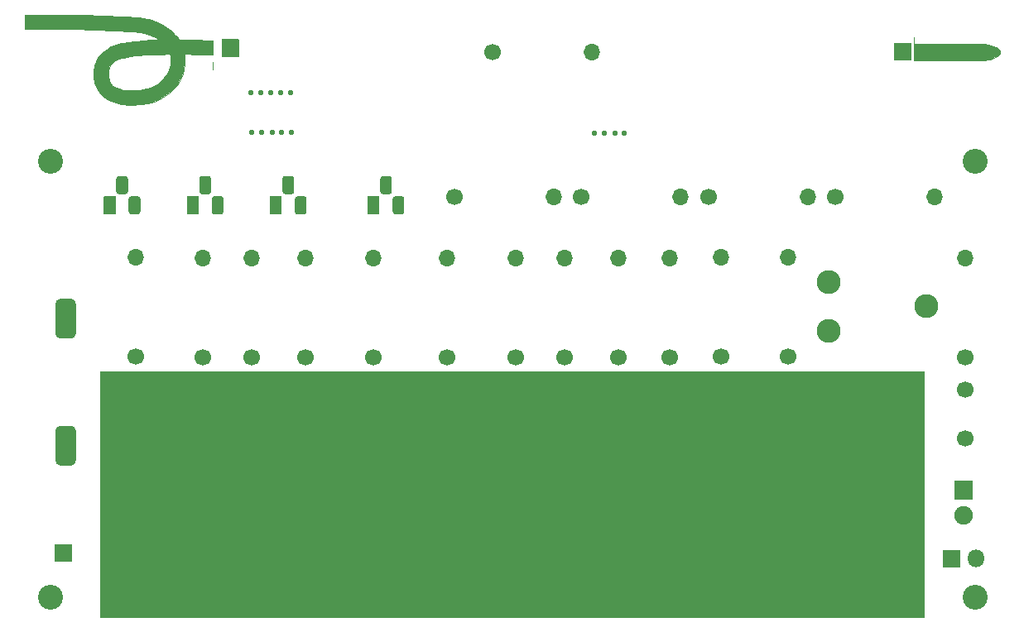
<source format=gbr>
%TF.GenerationSoftware,KiCad,Pcbnew,5.1.7*%
%TF.CreationDate,2020-10-10T21:38:53+02:00*%
%TF.ProjectId,SawToothOrganDIP,53617754-6f6f-4746-984f-7267616e4449,rev?*%
%TF.SameCoordinates,Original*%
%TF.FileFunction,Soldermask,Top*%
%TF.FilePolarity,Negative*%
%FSLAX46Y46*%
G04 Gerber Fmt 4.6, Leading zero omitted, Abs format (unit mm)*
G04 Created by KiCad (PCBNEW 5.1.7) date 2020-10-10 21:38:53*
%MOMM*%
%LPD*%
G01*
G04 APERTURE LIST*
%ADD10C,0.010000*%
%ADD11O,1.700000X1.700000*%
%ADD12C,1.700000*%
%ADD13C,0.595127*%
%ADD14C,2.555530*%
%ADD15C,2.440000*%
%ADD16C,1.900000*%
%ADD17O,1.800000X1.800000*%
G04 APERTURE END LIST*
D10*
%TO.C,U1*%
G36*
X231271667Y-157523000D02*
G01*
X147028334Y-157523000D01*
X147028334Y-132419334D01*
X231271667Y-132419334D01*
X231271667Y-157523000D01*
G37*
X231271667Y-157523000D02*
X147028334Y-157523000D01*
X147028334Y-132419334D01*
X231271667Y-132419334D01*
X231271667Y-157523000D01*
%TO.C,Ref\u002A\u002A*%
G36*
X141129987Y-95887136D02*
G01*
X141579396Y-95889013D01*
X142060119Y-95892043D01*
X142564537Y-95896147D01*
X143085031Y-95901246D01*
X143613981Y-95907260D01*
X144143768Y-95914108D01*
X144666772Y-95921713D01*
X145175374Y-95929994D01*
X145661956Y-95938872D01*
X146118896Y-95948267D01*
X146538578Y-95958100D01*
X146913380Y-95968292D01*
X147235683Y-95978762D01*
X147451667Y-95987332D01*
X148068634Y-96014691D01*
X148607543Y-96038905D01*
X149074924Y-96060378D01*
X149477312Y-96079516D01*
X149821240Y-96096723D01*
X150113239Y-96112403D01*
X150359843Y-96126961D01*
X150567585Y-96140802D01*
X150742997Y-96154330D01*
X150892613Y-96167950D01*
X151022966Y-96182067D01*
X151140587Y-96197084D01*
X151252011Y-96213408D01*
X151346334Y-96228547D01*
X152025748Y-96373884D01*
X152663434Y-96576840D01*
X153253412Y-96834191D01*
X153789707Y-97142714D01*
X154266340Y-97499185D01*
X154677336Y-97900382D01*
X154862521Y-98124811D01*
X155082906Y-98413791D01*
X155913370Y-98440464D01*
X156237016Y-98450793D01*
X156611946Y-98462652D01*
X157004817Y-98474993D01*
X157382286Y-98486767D01*
X157643417Y-98494849D01*
X158543000Y-98522560D01*
X158543000Y-100003209D01*
X157664584Y-99975908D01*
X157351257Y-99965751D01*
X157021080Y-99954326D01*
X156700119Y-99942585D01*
X156414444Y-99931477D01*
X156210392Y-99922869D01*
X155634618Y-99897130D01*
X155673748Y-100166815D01*
X155699842Y-100560485D01*
X155674822Y-100995205D01*
X155602803Y-101447855D01*
X155487901Y-101895312D01*
X155334232Y-102314456D01*
X155264572Y-102465478D01*
X154963520Y-102982676D01*
X154595827Y-103449131D01*
X154163849Y-103863173D01*
X153669942Y-104223130D01*
X153116460Y-104527333D01*
X152505758Y-104774109D01*
X151840193Y-104961789D01*
X151703763Y-104991453D01*
X151463400Y-105030160D01*
X151164605Y-105061111D01*
X150826813Y-105083865D01*
X150469459Y-105097981D01*
X150111978Y-105103020D01*
X149773805Y-105098541D01*
X149474375Y-105084104D01*
X149233123Y-105059268D01*
X149170277Y-105048845D01*
X148603619Y-104909152D01*
X148093110Y-104714666D01*
X147642722Y-104467351D01*
X147256428Y-104169172D01*
X147119282Y-104034556D01*
X146856304Y-103718675D01*
X146657123Y-103385226D01*
X146506280Y-103006931D01*
X146470913Y-102890347D01*
X146430975Y-102737181D01*
X146403538Y-102590985D01*
X146386436Y-102429913D01*
X146377501Y-102232118D01*
X146374568Y-101975754D01*
X146374511Y-101918167D01*
X146375500Y-101726972D01*
X147837324Y-101726972D01*
X147840207Y-101913526D01*
X147844034Y-102002833D01*
X147870435Y-102310691D01*
X147919128Y-102554417D01*
X147955708Y-102665633D01*
X148101882Y-102929891D01*
X148322226Y-103154840D01*
X148615533Y-103339724D01*
X148980592Y-103483789D01*
X149416195Y-103586280D01*
X149434173Y-103589353D01*
X149620552Y-103610192D01*
X149868605Y-103622930D01*
X150155756Y-103627836D01*
X150459426Y-103625176D01*
X150757037Y-103615216D01*
X151026012Y-103598223D01*
X151243774Y-103574464D01*
X151287872Y-103567446D01*
X151868615Y-103435588D01*
X152384412Y-103251717D01*
X152838774Y-103013638D01*
X153235210Y-102719161D01*
X153577231Y-102366094D01*
X153864851Y-101958062D01*
X154065679Y-101546367D01*
X154186828Y-101109016D01*
X154229467Y-100641676D01*
X154229535Y-100605833D01*
X154225163Y-100409845D01*
X154214815Y-100232636D01*
X154200293Y-100100042D01*
X154191181Y-100055500D01*
X154154513Y-99928500D01*
X153205507Y-99937871D01*
X152659188Y-99949128D01*
X152107703Y-99971488D01*
X151563507Y-100003821D01*
X151039053Y-100044997D01*
X150546792Y-100093885D01*
X150099180Y-100149354D01*
X149708668Y-100210275D01*
X149387710Y-100275516D01*
X149330461Y-100289622D01*
X148915020Y-100425802D01*
X148559972Y-100604801D01*
X148270261Y-100822964D01*
X148050833Y-101076638D01*
X147916839Y-101334101D01*
X147872642Y-101464803D01*
X147847137Y-101586579D01*
X147837324Y-101726972D01*
X146375500Y-101726972D01*
X146375832Y-101663041D01*
X146381363Y-101471623D01*
X146393575Y-101322972D01*
X146414939Y-101196147D01*
X146447926Y-101070207D01*
X146490042Y-100938974D01*
X146682576Y-100495277D01*
X146946999Y-100093123D01*
X147280057Y-99735038D01*
X147678496Y-99423551D01*
X148139063Y-99161189D01*
X148658504Y-98950479D01*
X149233566Y-98793950D01*
X149257707Y-98788845D01*
X149467764Y-98750884D01*
X149747092Y-98709293D01*
X150080454Y-98665615D01*
X150452613Y-98621391D01*
X150848333Y-98578162D01*
X151252376Y-98537471D01*
X151649505Y-98500859D01*
X152024483Y-98469868D01*
X152362073Y-98446039D01*
X152647038Y-98430914D01*
X152843767Y-98426022D01*
X152924893Y-98420157D01*
X152934869Y-98393332D01*
X152907267Y-98354865D01*
X152822376Y-98286844D01*
X152672974Y-98202227D01*
X152475814Y-98108170D01*
X152247649Y-98011834D01*
X152005235Y-97920377D01*
X151765324Y-97840958D01*
X151588778Y-97791485D01*
X151409236Y-97748778D01*
X151227680Y-97711697D01*
X151034895Y-97679388D01*
X150821665Y-97650997D01*
X150578776Y-97625668D01*
X150297013Y-97602548D01*
X149967162Y-97580782D01*
X149580006Y-97559517D01*
X149126332Y-97537897D01*
X148615834Y-97515855D01*
X147888606Y-97485902D01*
X147234971Y-97459850D01*
X146643959Y-97437437D01*
X146104597Y-97418403D01*
X145605914Y-97402486D01*
X145136939Y-97389426D01*
X144686701Y-97378961D01*
X144244228Y-97370830D01*
X143798550Y-97364774D01*
X143338694Y-97360529D01*
X142853690Y-97357836D01*
X142332567Y-97356433D01*
X141899525Y-97356068D01*
X139331883Y-97355500D01*
X139306608Y-97229125D01*
X139297253Y-97140615D01*
X139289462Y-96987418D01*
X139283947Y-96789510D01*
X139281419Y-96566866D01*
X139281334Y-96518421D01*
X139281334Y-95934092D01*
X139517810Y-95904546D01*
X139619329Y-95897834D01*
X139797878Y-95892751D01*
X140045837Y-95889220D01*
X140355588Y-95887160D01*
X140719511Y-95886491D01*
X141129987Y-95887136D01*
G37*
X141129987Y-95887136D02*
X141579396Y-95889013D01*
X142060119Y-95892043D01*
X142564537Y-95896147D01*
X143085031Y-95901246D01*
X143613981Y-95907260D01*
X144143768Y-95914108D01*
X144666772Y-95921713D01*
X145175374Y-95929994D01*
X145661956Y-95938872D01*
X146118896Y-95948267D01*
X146538578Y-95958100D01*
X146913380Y-95968292D01*
X147235683Y-95978762D01*
X147451667Y-95987332D01*
X148068634Y-96014691D01*
X148607543Y-96038905D01*
X149074924Y-96060378D01*
X149477312Y-96079516D01*
X149821240Y-96096723D01*
X150113239Y-96112403D01*
X150359843Y-96126961D01*
X150567585Y-96140802D01*
X150742997Y-96154330D01*
X150892613Y-96167950D01*
X151022966Y-96182067D01*
X151140587Y-96197084D01*
X151252011Y-96213408D01*
X151346334Y-96228547D01*
X152025748Y-96373884D01*
X152663434Y-96576840D01*
X153253412Y-96834191D01*
X153789707Y-97142714D01*
X154266340Y-97499185D01*
X154677336Y-97900382D01*
X154862521Y-98124811D01*
X155082906Y-98413791D01*
X155913370Y-98440464D01*
X156237016Y-98450793D01*
X156611946Y-98462652D01*
X157004817Y-98474993D01*
X157382286Y-98486767D01*
X157643417Y-98494849D01*
X158543000Y-98522560D01*
X158543000Y-100003209D01*
X157664584Y-99975908D01*
X157351257Y-99965751D01*
X157021080Y-99954326D01*
X156700119Y-99942585D01*
X156414444Y-99931477D01*
X156210392Y-99922869D01*
X155634618Y-99897130D01*
X155673748Y-100166815D01*
X155699842Y-100560485D01*
X155674822Y-100995205D01*
X155602803Y-101447855D01*
X155487901Y-101895312D01*
X155334232Y-102314456D01*
X155264572Y-102465478D01*
X154963520Y-102982676D01*
X154595827Y-103449131D01*
X154163849Y-103863173D01*
X153669942Y-104223130D01*
X153116460Y-104527333D01*
X152505758Y-104774109D01*
X151840193Y-104961789D01*
X151703763Y-104991453D01*
X151463400Y-105030160D01*
X151164605Y-105061111D01*
X150826813Y-105083865D01*
X150469459Y-105097981D01*
X150111978Y-105103020D01*
X149773805Y-105098541D01*
X149474375Y-105084104D01*
X149233123Y-105059268D01*
X149170277Y-105048845D01*
X148603619Y-104909152D01*
X148093110Y-104714666D01*
X147642722Y-104467351D01*
X147256428Y-104169172D01*
X147119282Y-104034556D01*
X146856304Y-103718675D01*
X146657123Y-103385226D01*
X146506280Y-103006931D01*
X146470913Y-102890347D01*
X146430975Y-102737181D01*
X146403538Y-102590985D01*
X146386436Y-102429913D01*
X146377501Y-102232118D01*
X146374568Y-101975754D01*
X146374511Y-101918167D01*
X146375500Y-101726972D01*
X147837324Y-101726972D01*
X147840207Y-101913526D01*
X147844034Y-102002833D01*
X147870435Y-102310691D01*
X147919128Y-102554417D01*
X147955708Y-102665633D01*
X148101882Y-102929891D01*
X148322226Y-103154840D01*
X148615533Y-103339724D01*
X148980592Y-103483789D01*
X149416195Y-103586280D01*
X149434173Y-103589353D01*
X149620552Y-103610192D01*
X149868605Y-103622930D01*
X150155756Y-103627836D01*
X150459426Y-103625176D01*
X150757037Y-103615216D01*
X151026012Y-103598223D01*
X151243774Y-103574464D01*
X151287872Y-103567446D01*
X151868615Y-103435588D01*
X152384412Y-103251717D01*
X152838774Y-103013638D01*
X153235210Y-102719161D01*
X153577231Y-102366094D01*
X153864851Y-101958062D01*
X154065679Y-101546367D01*
X154186828Y-101109016D01*
X154229467Y-100641676D01*
X154229535Y-100605833D01*
X154225163Y-100409845D01*
X154214815Y-100232636D01*
X154200293Y-100100042D01*
X154191181Y-100055500D01*
X154154513Y-99928500D01*
X153205507Y-99937871D01*
X152659188Y-99949128D01*
X152107703Y-99971488D01*
X151563507Y-100003821D01*
X151039053Y-100044997D01*
X150546792Y-100093885D01*
X150099180Y-100149354D01*
X149708668Y-100210275D01*
X149387710Y-100275516D01*
X149330461Y-100289622D01*
X148915020Y-100425802D01*
X148559972Y-100604801D01*
X148270261Y-100822964D01*
X148050833Y-101076638D01*
X147916839Y-101334101D01*
X147872642Y-101464803D01*
X147847137Y-101586579D01*
X147837324Y-101726972D01*
X146375500Y-101726972D01*
X146375832Y-101663041D01*
X146381363Y-101471623D01*
X146393575Y-101322972D01*
X146414939Y-101196147D01*
X146447926Y-101070207D01*
X146490042Y-100938974D01*
X146682576Y-100495277D01*
X146946999Y-100093123D01*
X147280057Y-99735038D01*
X147678496Y-99423551D01*
X148139063Y-99161189D01*
X148658504Y-98950479D01*
X149233566Y-98793950D01*
X149257707Y-98788845D01*
X149467764Y-98750884D01*
X149747092Y-98709293D01*
X150080454Y-98665615D01*
X150452613Y-98621391D01*
X150848333Y-98578162D01*
X151252376Y-98537471D01*
X151649505Y-98500859D01*
X152024483Y-98469868D01*
X152362073Y-98446039D01*
X152647038Y-98430914D01*
X152843767Y-98426022D01*
X152924893Y-98420157D01*
X152934869Y-98393332D01*
X152907267Y-98354865D01*
X152822376Y-98286844D01*
X152672974Y-98202227D01*
X152475814Y-98108170D01*
X152247649Y-98011834D01*
X152005235Y-97920377D01*
X151765324Y-97840958D01*
X151588778Y-97791485D01*
X151409236Y-97748778D01*
X151227680Y-97711697D01*
X151034895Y-97679388D01*
X150821665Y-97650997D01*
X150578776Y-97625668D01*
X150297013Y-97602548D01*
X149967162Y-97580782D01*
X149580006Y-97559517D01*
X149126332Y-97537897D01*
X148615834Y-97515855D01*
X147888606Y-97485902D01*
X147234971Y-97459850D01*
X146643959Y-97437437D01*
X146104597Y-97418403D01*
X145605914Y-97402486D01*
X145136939Y-97389426D01*
X144686701Y-97378961D01*
X144244228Y-97370830D01*
X143798550Y-97364774D01*
X143338694Y-97360529D01*
X142853690Y-97357836D01*
X142332567Y-97356433D01*
X141899525Y-97356068D01*
X139331883Y-97355500D01*
X139306608Y-97229125D01*
X139297253Y-97140615D01*
X139289462Y-96987418D01*
X139283947Y-96789510D01*
X139281419Y-96566866D01*
X139281334Y-96518421D01*
X139281334Y-95934092D01*
X139517810Y-95904546D01*
X139619329Y-95897834D01*
X139797878Y-95892751D01*
X140045837Y-95889220D01*
X140355588Y-95887160D01*
X140719511Y-95886491D01*
X141129987Y-95887136D01*
G36*
X158528227Y-100700341D02*
G01*
X158532134Y-100764583D01*
X158537550Y-100986500D01*
X158537130Y-101233733D01*
X158532134Y-101420750D01*
X158527428Y-101491709D01*
X158523364Y-101484147D01*
X158520214Y-101404211D01*
X158518246Y-101258046D01*
X158517706Y-101092667D01*
X158518498Y-100896672D01*
X158520696Y-100761856D01*
X158524029Y-100694363D01*
X158528227Y-100700341D01*
G37*
X158528227Y-100700341D02*
X158532134Y-100764583D01*
X158537550Y-100986500D01*
X158537130Y-101233733D01*
X158532134Y-101420750D01*
X158527428Y-101491709D01*
X158523364Y-101484147D01*
X158520214Y-101404211D01*
X158518246Y-101258046D01*
X158517706Y-101092667D01*
X158518498Y-100896672D01*
X158520696Y-100761856D01*
X158524029Y-100694363D01*
X158528227Y-100700341D01*
G36*
X230241612Y-98196212D02*
G01*
X230244855Y-98283107D01*
X230244973Y-98288083D01*
X230258124Y-98849000D01*
X237441477Y-98849000D01*
X237854190Y-98953693D01*
X238117262Y-99031088D01*
X238374813Y-99125977D01*
X238609460Y-99230303D01*
X238803820Y-99336014D01*
X238940509Y-99435055D01*
X238977798Y-99474310D01*
X239052143Y-99629806D01*
X239055271Y-99797518D01*
X238988864Y-99950774D01*
X238944584Y-100000771D01*
X238778661Y-100123440D01*
X238548419Y-100246711D01*
X238273658Y-100361580D01*
X237974179Y-100459040D01*
X237884122Y-100483119D01*
X237483810Y-100584667D01*
X230213334Y-100584667D01*
X230222578Y-99155917D01*
X230225025Y-98845783D01*
X230227942Y-98588753D01*
X230231194Y-98390054D01*
X230234646Y-98254913D01*
X230238164Y-98188557D01*
X230241612Y-98196212D01*
G37*
X230241612Y-98196212D02*
X230244855Y-98283107D01*
X230244973Y-98288083D01*
X230258124Y-98849000D01*
X237441477Y-98849000D01*
X237854190Y-98953693D01*
X238117262Y-99031088D01*
X238374813Y-99125977D01*
X238609460Y-99230303D01*
X238803820Y-99336014D01*
X238940509Y-99435055D01*
X238977798Y-99474310D01*
X239052143Y-99629806D01*
X239055271Y-99797518D01*
X238988864Y-99950774D01*
X238944584Y-100000771D01*
X238778661Y-100123440D01*
X238548419Y-100246711D01*
X238273658Y-100361580D01*
X237974179Y-100459040D01*
X237884122Y-100483119D01*
X237483810Y-100584667D01*
X230213334Y-100584667D01*
X230222578Y-99155917D01*
X230225025Y-98845783D01*
X230227942Y-98588753D01*
X230231194Y-98390054D01*
X230234646Y-98254913D01*
X230238164Y-98188557D01*
X230241612Y-98196212D01*
%TD*%
%TO.C,J2*%
G36*
G01*
X159450000Y-100150000D02*
X159450000Y-98450000D01*
G75*
G02*
X159500000Y-98400000I50000J0D01*
G01*
X161200000Y-98400000D01*
G75*
G02*
X161250000Y-98450000I0J-50000D01*
G01*
X161250000Y-100150000D01*
G75*
G02*
X161200000Y-100200000I-50000J0D01*
G01*
X159500000Y-100200000D01*
G75*
G02*
X159450000Y-100150000I0J50000D01*
G01*
G37*
%TD*%
D11*
%TO.C,R6*%
X235500000Y-120840000D03*
D12*
X235500000Y-131000000D03*
%TD*%
D13*
%TO.C,Ref\u002A\u002A*%
X163549952Y-107950029D03*
X162549952Y-107950029D03*
%TD*%
%TO.C,Ref\u002A\u002A*%
X165599952Y-107950029D03*
X164599952Y-107950029D03*
%TD*%
%TO.C,Ref\u002A\u002A*%
X166599952Y-107950029D03*
%TD*%
%TO.C,Ref\u002A\u002A*%
X166499952Y-103850029D03*
%TD*%
%TO.C,Ref\u002A\u002A*%
X164499952Y-103850029D03*
X165499952Y-103850029D03*
%TD*%
%TO.C,Ref\u002A\u002A*%
X162449952Y-103850029D03*
X163449952Y-103850029D03*
%TD*%
%TO.C,Ref\u002A\u002A*%
X200649952Y-108000029D03*
X199649952Y-108000029D03*
%TD*%
%TO.C,Ref\u002A\u002A*%
X198599952Y-108000029D03*
X197599952Y-108000029D03*
%TD*%
%TO.C,U1*%
G36*
G01*
X224100000Y-142450000D02*
X224100000Y-132450000D01*
G75*
G02*
X224150000Y-132400000I50000J0D01*
G01*
X228150000Y-132400000D01*
G75*
G02*
X228200000Y-132450000I0J-50000D01*
G01*
X228200000Y-142450000D01*
G75*
G02*
X228150000Y-142500000I-50000J0D01*
G01*
X224150000Y-142500000D01*
G75*
G02*
X224100000Y-142450000I0J50000D01*
G01*
G37*
G36*
G01*
X215350000Y-142450000D02*
X215350000Y-132450000D01*
G75*
G02*
X215400000Y-132400000I50000J0D01*
G01*
X219400000Y-132400000D01*
G75*
G02*
X219450000Y-132450000I0J-50000D01*
G01*
X219450000Y-142450000D01*
G75*
G02*
X219400000Y-142500000I-50000J0D01*
G01*
X215400000Y-142500000D01*
G75*
G02*
X215350000Y-142450000I0J50000D01*
G01*
G37*
G36*
G01*
X208350000Y-142450000D02*
X208350000Y-132450000D01*
G75*
G02*
X208400000Y-132400000I50000J0D01*
G01*
X212400000Y-132400000D01*
G75*
G02*
X212450000Y-132450000I0J-50000D01*
G01*
X212450000Y-142450000D01*
G75*
G02*
X212400000Y-142500000I-50000J0D01*
G01*
X208400000Y-142500000D01*
G75*
G02*
X208350000Y-142450000I0J50000D01*
G01*
G37*
G36*
G01*
X203300000Y-142450000D02*
X203300000Y-132450000D01*
G75*
G02*
X203350000Y-132400000I50000J0D01*
G01*
X206850000Y-132400000D01*
G75*
G02*
X206900000Y-132450000I0J-50000D01*
G01*
X206900000Y-142450000D01*
G75*
G02*
X206850000Y-142500000I-50000J0D01*
G01*
X203350000Y-142500000D01*
G75*
G02*
X203300000Y-142450000I0J50000D01*
G01*
G37*
G36*
G01*
X197850000Y-142450000D02*
X197850000Y-132450000D01*
G75*
G02*
X197900000Y-132400000I50000J0D01*
G01*
X201900000Y-132400000D01*
G75*
G02*
X201950000Y-132450000I0J-50000D01*
G01*
X201950000Y-142450000D01*
G75*
G02*
X201900000Y-142500000I-50000J0D01*
G01*
X197900000Y-142500000D01*
G75*
G02*
X197850000Y-142450000I0J50000D01*
G01*
G37*
G36*
G01*
X192350000Y-142450000D02*
X192350000Y-132450000D01*
G75*
G02*
X192400000Y-132400000I50000J0D01*
G01*
X196400000Y-132400000D01*
G75*
G02*
X196450000Y-132450000I0J-50000D01*
G01*
X196450000Y-142450000D01*
G75*
G02*
X196400000Y-142500000I-50000J0D01*
G01*
X192400000Y-142500000D01*
G75*
G02*
X192350000Y-142450000I0J50000D01*
G01*
G37*
G36*
G01*
X187350000Y-142450000D02*
X187350000Y-132450000D01*
G75*
G02*
X187400000Y-132400000I50000J0D01*
G01*
X191400000Y-132400000D01*
G75*
G02*
X191450000Y-132450000I0J-50000D01*
G01*
X191450000Y-142450000D01*
G75*
G02*
X191400000Y-142500000I-50000J0D01*
G01*
X187400000Y-142500000D01*
G75*
G02*
X187350000Y-142450000I0J50000D01*
G01*
G37*
G36*
G01*
X180350000Y-142450000D02*
X180350000Y-132450000D01*
G75*
G02*
X180400000Y-132400000I50000J0D01*
G01*
X184400000Y-132400000D01*
G75*
G02*
X184450000Y-132450000I0J-50000D01*
G01*
X184450000Y-142450000D01*
G75*
G02*
X184400000Y-142500000I-50000J0D01*
G01*
X180400000Y-142500000D01*
G75*
G02*
X180350000Y-142450000I0J50000D01*
G01*
G37*
G36*
G01*
X172850000Y-142450000D02*
X172850000Y-132450000D01*
G75*
G02*
X172900000Y-132400000I50000J0D01*
G01*
X176900000Y-132400000D01*
G75*
G02*
X176950000Y-132450000I0J-50000D01*
G01*
X176950000Y-142450000D01*
G75*
G02*
X176900000Y-142500000I-50000J0D01*
G01*
X172900000Y-142500000D01*
G75*
G02*
X172850000Y-142450000I0J50000D01*
G01*
G37*
G36*
G01*
X160850000Y-142450000D02*
X160850000Y-132450000D01*
G75*
G02*
X160900000Y-132400000I50000J0D01*
G01*
X164400000Y-132400000D01*
G75*
G02*
X164450000Y-132450000I0J-50000D01*
G01*
X164450000Y-142450000D01*
G75*
G02*
X164400000Y-142500000I-50000J0D01*
G01*
X160900000Y-142500000D01*
G75*
G02*
X160850000Y-142450000I0J50000D01*
G01*
G37*
G36*
G01*
X166100000Y-142450000D02*
X166100000Y-132450000D01*
G75*
G02*
X166150000Y-132400000I50000J0D01*
G01*
X170150000Y-132400000D01*
G75*
G02*
X170200000Y-132450000I0J-50000D01*
G01*
X170200000Y-142450000D01*
G75*
G02*
X170150000Y-142500000I-50000J0D01*
G01*
X166150000Y-142500000D01*
G75*
G02*
X166100000Y-142450000I0J50000D01*
G01*
G37*
G36*
G01*
X148600000Y-142450000D02*
X148600000Y-132450000D01*
G75*
G02*
X148650000Y-132400000I50000J0D01*
G01*
X152650000Y-132400000D01*
G75*
G02*
X152700000Y-132450000I0J-50000D01*
G01*
X152700000Y-142450000D01*
G75*
G02*
X152650000Y-142500000I-50000J0D01*
G01*
X148650000Y-142500000D01*
G75*
G02*
X148600000Y-142450000I0J50000D01*
G01*
G37*
G36*
G01*
X155350000Y-142450000D02*
X155350000Y-132450000D01*
G75*
G02*
X155400000Y-132400000I50000J0D01*
G01*
X159400000Y-132400000D01*
G75*
G02*
X159450000Y-132450000I0J-50000D01*
G01*
X159450000Y-142450000D01*
G75*
G02*
X159400000Y-142500000I-50000J0D01*
G01*
X155400000Y-142500000D01*
G75*
G02*
X155350000Y-142450000I0J50000D01*
G01*
G37*
%TD*%
%TO.C,LS1*%
G36*
G01*
X144025000Y-129050000D02*
X142975000Y-129050000D01*
G75*
G02*
X142450000Y-128525000I0J525000D01*
G01*
X142450000Y-125475000D01*
G75*
G02*
X142975000Y-124950000I525000J0D01*
G01*
X144025000Y-124950000D01*
G75*
G02*
X144550000Y-125475000I0J-525000D01*
G01*
X144550000Y-128525000D01*
G75*
G02*
X144025000Y-129050000I-525000J0D01*
G01*
G37*
G36*
G01*
X144025000Y-142050000D02*
X142975000Y-142050000D01*
G75*
G02*
X142450000Y-141525000I0J525000D01*
G01*
X142450000Y-138475000D01*
G75*
G02*
X142975000Y-137950000I525000J0D01*
G01*
X144025000Y-137950000D01*
G75*
G02*
X144550000Y-138475000I0J-525000D01*
G01*
X144550000Y-141525000D01*
G75*
G02*
X144025000Y-142050000I-525000J0D01*
G01*
G37*
%TD*%
%TO.C,J3*%
G36*
G01*
X228200000Y-100550000D02*
X228200000Y-98850000D01*
G75*
G02*
X228250000Y-98800000I50000J0D01*
G01*
X229950000Y-98800000D01*
G75*
G02*
X230000000Y-98850000I0J-50000D01*
G01*
X230000000Y-100550000D01*
G75*
G02*
X229950000Y-100600000I-50000J0D01*
G01*
X228250000Y-100600000D01*
G75*
G02*
X228200000Y-100550000I0J50000D01*
G01*
G37*
%TD*%
%TO.C,J1*%
G36*
G01*
X142350000Y-151850000D02*
X142350000Y-150150000D01*
G75*
G02*
X142400000Y-150100000I50000J0D01*
G01*
X144100000Y-150100000D01*
G75*
G02*
X144150000Y-150150000I0J-50000D01*
G01*
X144150000Y-151850000D01*
G75*
G02*
X144100000Y-151900000I-50000J0D01*
G01*
X142400000Y-151900000D01*
G75*
G02*
X142350000Y-151850000I0J50000D01*
G01*
G37*
%TD*%
D12*
%TO.C,C1*%
X235500000Y-139250000D03*
X235500000Y-134250000D03*
%TD*%
D14*
%TO.C,Ref\u002A\u002A*%
X236550000Y-110900000D03*
X236550000Y-155492001D03*
X141957999Y-155492001D03*
X141957999Y-110900000D03*
%TD*%
D15*
%TO.C,RV6*%
X221500000Y-128250000D03*
X231500000Y-125750000D03*
X221500000Y-123250000D03*
%TD*%
D11*
%TO.C,RK12*%
X217400000Y-120740000D03*
D12*
X217400000Y-130900000D03*
%TD*%
D11*
%TO.C,RK11*%
X210500000Y-120740000D03*
D12*
X210500000Y-130900000D03*
%TD*%
D11*
%TO.C,RK10*%
X205250000Y-120840000D03*
D12*
X205250000Y-131000000D03*
%TD*%
D11*
%TO.C,RK9*%
X200000000Y-120840000D03*
D12*
X200000000Y-131000000D03*
%TD*%
D11*
%TO.C,RK8*%
X194500000Y-120840000D03*
D12*
X194500000Y-131000000D03*
%TD*%
D11*
%TO.C,RK7*%
X189500000Y-120840000D03*
D12*
X189500000Y-131000000D03*
%TD*%
D11*
%TO.C,RK6*%
X182500000Y-120840000D03*
D12*
X182500000Y-131000000D03*
%TD*%
D11*
%TO.C,RK5*%
X175000000Y-120840000D03*
D12*
X175000000Y-131000000D03*
%TD*%
D11*
%TO.C,RK4*%
X168000000Y-120840000D03*
D12*
X168000000Y-131000000D03*
%TD*%
D11*
%TO.C,RK3*%
X162500000Y-120840000D03*
D12*
X162500000Y-131000000D03*
%TD*%
D11*
%TO.C,RK2*%
X157500000Y-120840000D03*
D12*
X157500000Y-131000000D03*
%TD*%
D11*
%TO.C,RK1*%
X150650000Y-120690000D03*
D12*
X150650000Y-130850000D03*
%TD*%
D11*
%TO.C,R5*%
X193410000Y-114500000D03*
D12*
X183250000Y-114500000D03*
%TD*%
D11*
%TO.C,R4*%
X206410000Y-114500000D03*
D12*
X196250000Y-114500000D03*
%TD*%
D11*
%TO.C,R3*%
X197360000Y-99700000D03*
D12*
X187200000Y-99700000D03*
%TD*%
D11*
%TO.C,R2*%
X232410000Y-114500000D03*
D12*
X222250000Y-114500000D03*
%TD*%
D11*
%TO.C,R1*%
X219410000Y-114500000D03*
D12*
X209250000Y-114500000D03*
%TD*%
%TO.C,Q3*%
G36*
G01*
X164400000Y-116300000D02*
X164400000Y-114500000D01*
G75*
G02*
X164450000Y-114450000I50000J0D01*
G01*
X165550000Y-114450000D01*
G75*
G02*
X165600000Y-114500000I0J-50000D01*
G01*
X165600000Y-116300000D01*
G75*
G02*
X165550000Y-116350000I-50000J0D01*
G01*
X164450000Y-116350000D01*
G75*
G02*
X164400000Y-116300000I0J50000D01*
G01*
G37*
G36*
G01*
X166940000Y-116050000D02*
X166940000Y-114750000D01*
G75*
G02*
X167240000Y-114450000I300000J0D01*
G01*
X167840000Y-114450000D01*
G75*
G02*
X168140000Y-114750000I0J-300000D01*
G01*
X168140000Y-116050000D01*
G75*
G02*
X167840000Y-116350000I-300000J0D01*
G01*
X167240000Y-116350000D01*
G75*
G02*
X166940000Y-116050000I0J300000D01*
G01*
G37*
G36*
G01*
X165670000Y-113980000D02*
X165670000Y-112680000D01*
G75*
G02*
X165970000Y-112380000I300000J0D01*
G01*
X166570000Y-112380000D01*
G75*
G02*
X166870000Y-112680000I0J-300000D01*
G01*
X166870000Y-113980000D01*
G75*
G02*
X166570000Y-114280000I-300000J0D01*
G01*
X165970000Y-114280000D01*
G75*
G02*
X165670000Y-113980000I0J300000D01*
G01*
G37*
%TD*%
%TO.C,Q2*%
G36*
G01*
X155900000Y-116300000D02*
X155900000Y-114500000D01*
G75*
G02*
X155950000Y-114450000I50000J0D01*
G01*
X157050000Y-114450000D01*
G75*
G02*
X157100000Y-114500000I0J-50000D01*
G01*
X157100000Y-116300000D01*
G75*
G02*
X157050000Y-116350000I-50000J0D01*
G01*
X155950000Y-116350000D01*
G75*
G02*
X155900000Y-116300000I0J50000D01*
G01*
G37*
G36*
G01*
X158440000Y-116050000D02*
X158440000Y-114750000D01*
G75*
G02*
X158740000Y-114450000I300000J0D01*
G01*
X159340000Y-114450000D01*
G75*
G02*
X159640000Y-114750000I0J-300000D01*
G01*
X159640000Y-116050000D01*
G75*
G02*
X159340000Y-116350000I-300000J0D01*
G01*
X158740000Y-116350000D01*
G75*
G02*
X158440000Y-116050000I0J300000D01*
G01*
G37*
G36*
G01*
X157170000Y-113980000D02*
X157170000Y-112680000D01*
G75*
G02*
X157470000Y-112380000I300000J0D01*
G01*
X158070000Y-112380000D01*
G75*
G02*
X158370000Y-112680000I0J-300000D01*
G01*
X158370000Y-113980000D01*
G75*
G02*
X158070000Y-114280000I-300000J0D01*
G01*
X157470000Y-114280000D01*
G75*
G02*
X157170000Y-113980000I0J300000D01*
G01*
G37*
%TD*%
%TO.C,Q4*%
G36*
G01*
X174400000Y-116300000D02*
X174400000Y-114500000D01*
G75*
G02*
X174450000Y-114450000I50000J0D01*
G01*
X175550000Y-114450000D01*
G75*
G02*
X175600000Y-114500000I0J-50000D01*
G01*
X175600000Y-116300000D01*
G75*
G02*
X175550000Y-116350000I-50000J0D01*
G01*
X174450000Y-116350000D01*
G75*
G02*
X174400000Y-116300000I0J50000D01*
G01*
G37*
G36*
G01*
X176940000Y-116050000D02*
X176940000Y-114750000D01*
G75*
G02*
X177240000Y-114450000I300000J0D01*
G01*
X177840000Y-114450000D01*
G75*
G02*
X178140000Y-114750000I0J-300000D01*
G01*
X178140000Y-116050000D01*
G75*
G02*
X177840000Y-116350000I-300000J0D01*
G01*
X177240000Y-116350000D01*
G75*
G02*
X176940000Y-116050000I0J300000D01*
G01*
G37*
G36*
G01*
X175670000Y-113980000D02*
X175670000Y-112680000D01*
G75*
G02*
X175970000Y-112380000I300000J0D01*
G01*
X176570000Y-112380000D01*
G75*
G02*
X176870000Y-112680000I0J-300000D01*
G01*
X176870000Y-113980000D01*
G75*
G02*
X176570000Y-114280000I-300000J0D01*
G01*
X175970000Y-114280000D01*
G75*
G02*
X175670000Y-113980000I0J300000D01*
G01*
G37*
%TD*%
%TO.C,Q1*%
G36*
G01*
X147400000Y-116300000D02*
X147400000Y-114500000D01*
G75*
G02*
X147450000Y-114450000I50000J0D01*
G01*
X148550000Y-114450000D01*
G75*
G02*
X148600000Y-114500000I0J-50000D01*
G01*
X148600000Y-116300000D01*
G75*
G02*
X148550000Y-116350000I-50000J0D01*
G01*
X147450000Y-116350000D01*
G75*
G02*
X147400000Y-116300000I0J50000D01*
G01*
G37*
G36*
G01*
X149940000Y-116050000D02*
X149940000Y-114750000D01*
G75*
G02*
X150240000Y-114450000I300000J0D01*
G01*
X150840000Y-114450000D01*
G75*
G02*
X151140000Y-114750000I0J-300000D01*
G01*
X151140000Y-116050000D01*
G75*
G02*
X150840000Y-116350000I-300000J0D01*
G01*
X150240000Y-116350000D01*
G75*
G02*
X149940000Y-116050000I0J300000D01*
G01*
G37*
G36*
G01*
X148670000Y-113980000D02*
X148670000Y-112680000D01*
G75*
G02*
X148970000Y-112380000I300000J0D01*
G01*
X149570000Y-112380000D01*
G75*
G02*
X149870000Y-112680000I0J-300000D01*
G01*
X149870000Y-113980000D01*
G75*
G02*
X149570000Y-114280000I-300000J0D01*
G01*
X148970000Y-114280000D01*
G75*
G02*
X148670000Y-113980000I0J300000D01*
G01*
G37*
%TD*%
D16*
%TO.C,D1*%
X235350000Y-147090000D03*
G36*
G01*
X234450000Y-143600000D02*
X236250000Y-143600000D01*
G75*
G02*
X236300000Y-143650000I0J-50000D01*
G01*
X236300000Y-145450000D01*
G75*
G02*
X236250000Y-145500000I-50000J0D01*
G01*
X234450000Y-145500000D01*
G75*
G02*
X234400000Y-145450000I0J50000D01*
G01*
X234400000Y-143650000D01*
G75*
G02*
X234450000Y-143600000I50000J0D01*
G01*
G37*
%TD*%
D17*
%TO.C,BT1*%
X236640000Y-151550000D03*
G36*
G01*
X234950000Y-152450000D02*
X233250000Y-152450000D01*
G75*
G02*
X233200000Y-152400000I0J50000D01*
G01*
X233200000Y-150700000D01*
G75*
G02*
X233250000Y-150650000I50000J0D01*
G01*
X234950000Y-150650000D01*
G75*
G02*
X235000000Y-150700000I0J-50000D01*
G01*
X235000000Y-152400000D01*
G75*
G02*
X234950000Y-152450000I-50000J0D01*
G01*
G37*
%TD*%
M02*

</source>
